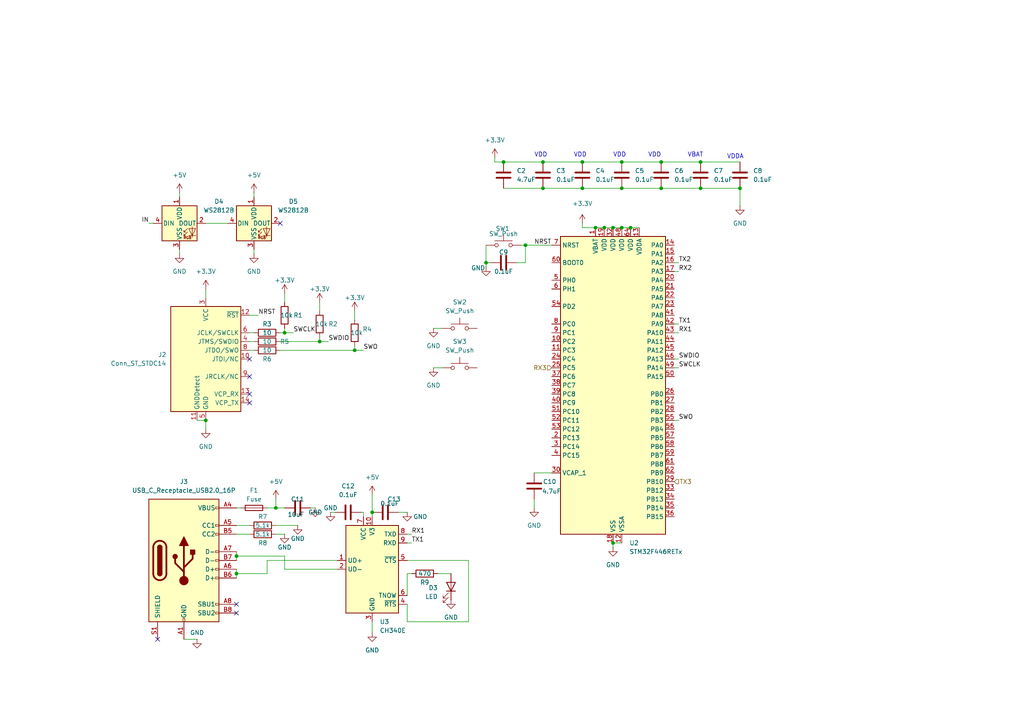
<source format=kicad_sch>
(kicad_sch (version 20231120) (generator "eeschema") (generator_version "8.0")
  (paper "A4")
  (lib_symbols
    (symbol "+5V_1" (power) (pin_numbers hide) (pin_names (offset 0) hide)
      (property "Value" "+5V" (at 0 3.556 0))
      (symbol "+5V_1_0_1"
        (polyline (pts (xy -0.762 1.27) (xy 0 2.54)))
        (polyline (pts (xy 0 0) (xy 0 2.54)))
        (polyline (pts (xy 0 2.54) (xy 0.762 1.27)))
      )
      (symbol "+5V_1_1_1"
        (pin power_in line (at 0 0 90) (length 0) (name "~") (number "1"))
      )
    )
    (symbol "+5V_2" (power) (pin_numbers hide) (pin_names (offset 0) hide)
      (property "Value" "+5V" (at 0 3.556 0))
      (symbol "+5V_2_0_1"
        (polyline (pts (xy -0.762 1.27) (xy 0 2.54)))
        (polyline (pts (xy 0 0) (xy 0 2.54)))
        (polyline (pts (xy 0 2.54) (xy 0.762 1.27)))
      )
      (symbol "+5V_2_1_1"
        (pin power_in line (at 0 0 90) (length 0) (name "~") (number "1"))
      )
    )
    (symbol "Connector:Conn_ST_STDC14"
      (property "Reference" "J" (at -8.89 16.51 0))
      (property "Value" "Conn_ST_STDC14" (at 17.78 16.51 0))
      (symbol "Conn_ST_STDC14_0_1"
        (rectangle (start -10.16 15.24) (end 10.16 -15.24) (stroke (width 0.254)) (fill (type background)))
      )
      (symbol "Conn_ST_STDC14_1_1"
        (pin no_connect line (at -10.16 5.08 0) (length 2.54) hide (name "NC") (number "1"))
        (pin output line (at 12.7 0 180) (length 2.54) (name "JTDI/NC") (number "10"))
        (pin passive line (at -2.54 -17.78 90) (length 2.54) (name "GNDDetect") (number "11"))
        (pin open_collector line (at 12.7 12.7 180) (length 2.54) (name "~{RST}") (number "12"))
        (pin output line (at 12.7 -10.16 180) (length 2.54) (name "VCP_RX") (number "13"))
        (pin input line (at 12.7 -12.7 180) (length 2.54) (name "VCP_TX") (number "14"))
        (pin no_connect line (at -10.16 2.54 0) (length 2.54) hide (name "NC") (number "2"))
        (pin power_in line (at 0 17.78 270) (length 2.54) (name "VCC") (number "3"))
        (pin bidirectional line (at 12.7 5.08 180) (length 2.54) (name "JTMS/SWDIO") (number "4"))
        (pin power_in line (at 0 -17.78 90) (length 2.54) (name "GND") (number "5"))
        (pin output line (at 12.7 7.62 180) (length 2.54) (name "JCLK/SWCLK") (number "6"))
        (pin passive line (at 0 -17.78 90) (length 2.54) hide (name "GND") (number "7"))
        (pin input line (at 12.7 2.54 180) (length 2.54) (name "JTDO/SWO") (number "8"))
        (pin input line (at 12.7 -5.08 180) (length 2.54) (name "JRCLK/NC") (number "9"))
      )
    )
    (symbol "Connector:USB_C_Receptacle_USB2.0_16P" (pin_names (offset 1.016))
      (property "Reference" "J" (at 0 22.225 0))
      (property "Value" "USB_C_Receptacle_USB2.0_16P" (at 0 19.685 0))
      (symbol "USB_C_Receptacle_USB2.0_16P_0_0"
        (rectangle (start -0.254 -17.78) (end 0.254 -16.764))
        (rectangle (start 10.16 -14.986) (end 9.144 -15.494))
        (rectangle (start 10.16 -12.446) (end 9.144 -12.954))
        (rectangle (start 10.16 -4.826) (end 9.144 -5.334))
        (rectangle (start 10.16 -2.286) (end 9.144 -2.794))
        (rectangle (start 10.16 0.254) (end 9.144 -0.254))
        (rectangle (start 10.16 2.794) (end 9.144 2.286))
        (rectangle (start 10.16 7.874) (end 9.144 7.366))
        (rectangle (start 10.16 10.414) (end 9.144 9.906))
        (rectangle (start 10.16 15.494) (end 9.144 14.986))
      )
      (symbol "USB_C_Receptacle_USB2.0_16P_0_1"
        (rectangle (start -10.16 17.78) (end 10.16 -17.78) (stroke (width 0.254)) (fill (type background)))
        (arc (start -8.89 -3.81) (mid -6.985 -5.7067) (end -5.08 -3.81) (stroke (width 0.508)))
        (arc (start -7.62 -3.81) (mid -6.985 -4.4423) (end -6.35 -3.81) (stroke (width 0.254)))
        (arc (start -7.62 -3.81) (mid -6.985 -4.4423) (end -6.35 -3.81) (stroke (width 0.254)) (fill (type outline)))
        (rectangle (start -7.62 -3.81) (end -6.35 3.81) (stroke (width 0.254)) (fill (type outline)))
        (arc (start -6.35 3.81) (mid -6.985 4.4423) (end -7.62 3.81) (stroke (width 0.254)))
        (arc (start -6.35 3.81) (mid -6.985 4.4423) (end -7.62 3.81) (stroke (width 0.254)) (fill (type outline)))
        (arc (start -5.08 3.81) (mid -6.985 5.7067) (end -8.89 3.81) (stroke (width 0.508)))
        (circle (center -2.54 1.143) (radius 0.635) (stroke (width 0.254)) (fill (type outline)))
        (circle (center 0 -5.842) (radius 1.27) (fill (type outline)))
        (polyline (pts (xy -8.89 -3.81) (xy -8.89 3.81)) (stroke (width 0.508)))
        (polyline (pts (xy -5.08 3.81) (xy -5.08 -3.81)) (stroke (width 0.508)))
        (polyline (pts (xy 0 -5.842) (xy 0 4.318)) (stroke (width 0.508)))
        (polyline (pts (xy 0 -3.302) (xy -2.54 -0.762) (xy -2.54 0.508)) (stroke (width 0.508)))
        (polyline (pts (xy 0 -2.032) (xy 2.54 0.508) (xy 2.54 1.778)) (stroke (width 0.508)))
        (polyline (pts (xy -1.27 4.318) (xy 0 6.858) (xy 1.27 4.318) (xy -1.27 4.318)) (stroke (width 0.254)) (fill (type outline)))
        (rectangle (start 1.905 1.778) (end 3.175 3.048) (stroke (width 0.254)) (fill (type outline)))
      )
      (symbol "USB_C_Receptacle_USB2.0_16P_1_1"
        (pin passive line (at 0 -22.86 90) (length 5.08) (name "GND") (number "A1"))
        (pin passive line (at 0 -22.86 90) (length 5.08) hide (name "GND") (number "A12"))
        (pin passive line (at 15.24 15.24 180) (length 5.08) (name "VBUS") (number "A4"))
        (pin bidirectional line (at 15.24 10.16 180) (length 5.08) (name "CC1") (number "A5"))
        (pin bidirectional line (at 15.24 -2.54 180) (length 5.08) (name "D+") (number "A6"))
        (pin bidirectional line (at 15.24 2.54 180) (length 5.08) (name "D-") (number "A7"))
        (pin bidirectional line (at 15.24 -12.7 180) (length 5.08) (name "SBU1") (number "A8"))
        (pin passive line (at 15.24 15.24 180) (length 5.08) hide (name "VBUS") (number "A9"))
        (pin passive line (at 0 -22.86 90) (length 5.08) hide (name "GND") (number "B1"))
        (pin passive line (at 0 -22.86 90) (length 5.08) hide (name "GND") (number "B12"))
        (pin passive line (at 15.24 15.24 180) (length 5.08) hide (name "VBUS") (number "B4"))
        (pin bidirectional line (at 15.24 7.62 180) (length 5.08) (name "CC2") (number "B5"))
        (pin bidirectional line (at 15.24 -5.08 180) (length 5.08) (name "D+") (number "B6"))
        (pin bidirectional line (at 15.24 0 180) (length 5.08) (name "D-") (number "B7"))
        (pin bidirectional line (at 15.24 -15.24 180) (length 5.08) (name "SBU2") (number "B8"))
        (pin passive line (at 15.24 15.24 180) (length 5.08) hide (name "VBUS") (number "B9"))
        (pin passive line (at -7.62 -22.86 90) (length 5.08) (name "SHIELD") (number "S1"))
      )
    )
    (symbol "Device:C" (pin_numbers hide) (pin_names (offset 0.254))
      (property "Reference" "C" (at 0.635 2.54 0))
      (property "Value" "C" (at 0.635 -2.54 0))
      (symbol "C_0_1"
        (polyline (pts (xy -2.032 -0.762) (xy 2.032 -0.762)) (stroke (width 0.508)))
        (polyline (pts (xy -2.032 0.762) (xy 2.032 0.762)) (stroke (width 0.508)))
      )
      (symbol "C_1_1"
        (pin passive line (at 0 3.81 270) (length 2.794) (name "~") (number "1"))
        (pin passive line (at 0 -3.81 90) (length 2.794) (name "~") (number "2"))
      )
    )
    (symbol "Device:Fuse" (pin_numbers hide) (pin_names (offset 0))
      (property "Reference" "F" (at 2.032 0 90))
      (property "Value" "Fuse" (at -1.905 0 90))
      (symbol "Fuse_0_1"
        (rectangle (start -0.762 -2.54) (end 0.762 2.54) (stroke (width 0.254)))
        (polyline (pts (xy 0 2.54) (xy 0 -2.54)))
      )
      (symbol "Fuse_1_1"
        (pin passive line (at 0 3.81 270) (length 1.27) (name "~") (number "1"))
        (pin passive line (at 0 -3.81 90) (length 1.27) (name "~") (number "2"))
      )
    )
    (symbol "Device:LED" (pin_numbers hide) (pin_names (offset 1.016) hide)
      (property "Reference" "D" (at 0 2.54 0))
      (property "Value" "LED" (at 0 -2.54 0))
      (symbol "LED_0_1"
        (polyline (pts (xy -1.27 -1.27) (xy -1.27 1.27)) (stroke (width 0.254)))
        (polyline (pts (xy -1.27 0) (xy 1.27 0)))
        (polyline (pts (xy 1.27 -1.27) (xy 1.27 1.27) (xy -1.27 0) (xy 1.27 -1.27)) (stroke (width 0.254)))
        (polyline (pts (xy -3.048 -0.762) (xy -4.572 -2.286) (xy -3.81 -2.286) (xy -4.572 -2.286) (xy -4.572 -1.524)))
        (polyline (pts (xy -1.778 -0.762) (xy -3.302 -2.286) (xy -2.54 -2.286) (xy -3.302 -2.286) (xy -3.302 -1.524)))
      )
      (symbol "LED_1_1"
        (pin passive line (at -3.81 0 0) (length 2.54) (name "K") (number "1"))
        (pin passive line (at 3.81 0 180) (length 2.54) (name "A") (number "2"))
      )
    )
    (symbol "Device:R" (pin_numbers hide) (pin_names (offset 0))
      (property "Reference" "R" (at 2.032 0 90))
      (property "Value" "R" (at 0 0 90))
      (symbol "R_0_1"
        (rectangle (start -1.016 -2.54) (end 1.016 2.54) (stroke (width 0.254)))
      )
      (symbol "R_1_1"
        (pin passive line (at 0 3.81 270) (length 1.27) (name "~") (number "1"))
        (pin passive line (at 0 -3.81 90) (length 1.27) (name "~") (number "2"))
      )
    )
    (symbol "Interface_USB:CH340E"
      (property "Reference" "U" (at -5.08 13.97 0))
      (property "Value" "CH340E" (at 1.27 13.97 0))
      (symbol "CH340E_0_1"
        (rectangle (start -7.62 12.7) (end 7.62 -12.7) (stroke (width 0.254)) (fill (type background)))
      )
      (symbol "CH340E_1_1"
        (pin bidirectional line (at -10.16 2.54 0) (length 2.54) (name "UD+") (number "1"))
        (pin power_out line (at 0 15.24 270) (length 2.54) (name "V3") (number "10"))
        (pin bidirectional line (at -10.16 0 0) (length 2.54) (name "UD-") (number "2"))
        (pin power_in line (at 0 -15.24 90) (length 2.54) (name "GND") (number "3"))
        (pin output line (at 10.16 -10.16 180) (length 2.54) (name "~{RTS}") (number "4"))
        (pin input line (at 10.16 2.54 180) (length 2.54) (name "~{CTS}") (number "5"))
        (pin output line (at 10.16 -7.62 180) (length 2.54) (name "TNOW") (number "6"))
        (pin power_in line (at -2.54 15.24 270) (length 2.54) (name "VCC") (number "7"))
        (pin output line (at 10.16 10.16 180) (length 2.54) (name "TXD") (number "8"))
        (pin input line (at 10.16 7.62 180) (length 2.54) (name "RXD") (number "9"))
      )
    )
    (symbol "LED:WS2812B" (pin_names (offset 0.254))
      (property "Reference" "D" (at 5.08 5.715 0))
      (property "Value" "WS2812B" (at 1.27 -5.715 0))
      (symbol "WS2812B_0_0"
        (text "RGB" (at 2.286 -4.191 0) (effects (font (size 0.762 0.762))))
      )
      (symbol "WS2812B_0_1"
        (polyline (pts (xy 1.27 -3.556) (xy 1.778 -3.556)))
        (polyline (pts (xy 1.27 -2.54) (xy 1.778 -2.54)))
        (polyline (pts (xy 4.699 -3.556) (xy 2.667 -3.556)))
        (polyline (pts (xy 2.286 -2.54) (xy 1.27 -3.556) (xy 1.27 -3.048)))
        (polyline (pts (xy 2.286 -1.524) (xy 1.27 -2.54) (xy 1.27 -2.032)))
        (polyline (pts (xy 3.683 -1.016) (xy 3.683 -3.556) (xy 3.683 -4.064)))
        (polyline (pts (xy 4.699 -1.524) (xy 2.667 -1.524) (xy 3.683 -3.556) (xy 4.699 -1.524)))
        (rectangle (start 5.08 5.08) (end -5.08 -5.08) (stroke (width 0.254)) (fill (type background)))
      )
      (symbol "WS2812B_1_1"
        (pin power_in line (at 0 7.62 270) (length 2.54) (name "VDD") (number "1"))
        (pin output line (at 7.62 0 180) (length 2.54) (name "DOUT") (number "2"))
        (pin power_in line (at 0 -7.62 90) (length 2.54) (name "VSS") (number "3"))
        (pin input line (at -7.62 0 0) (length 2.54) (name "DIN") (number "4"))
      )
    )
    (symbol "MCU_ST_STM32F4:STM32F446RETx"
      (property "Reference" "U" (at -15.24 44.45 0))
      (property "Value" "STM32F446RETx" (at 10.16 44.45 0))
      (symbol "STM32F446RETx_0_1"
        (rectangle (start -15.24 -43.18) (end 15.24 43.18) (stroke (width 0.254)) (fill (type background)))
      )
      (symbol "STM32F446RETx_1_1"
        (pin power_in line (at -5.08 45.72 270) (length 2.54) (name "VBAT") (number "1"))
        (pin bidirectional line (at -17.78 12.7 0) (length 2.54) (name "PC2") (number "10"))
        (pin bidirectional line (at -17.78 10.16 0) (length 2.54) (name "PC3") (number "11"))
        (pin power_in line (at 2.54 -45.72 90) (length 2.54) (name "VSSA") (number "12"))
        (pin power_in line (at 7.62 45.72 270) (length 2.54) (name "VDDA") (number "13"))
        (pin bidirectional line (at 17.78 40.64 180) (length 2.54) (name "PA0") (number "14"))
        (pin bidirectional line (at 17.78 38.1 180) (length 2.54) (name "PA1") (number "15"))
        (pin bidirectional line (at 17.78 35.56 180) (length 2.54) (name "PA2") (number "16"))
        (pin bidirectional line (at 17.78 33.02 180) (length 2.54) (name "PA3") (number "17"))
        (pin power_in line (at 0 -45.72 90) (length 2.54) (name "VSS") (number "18"))
        (pin power_in line (at -2.54 45.72 270) (length 2.54) (name "VDD") (number "19"))
        (pin bidirectional line (at -17.78 -15.24 0) (length 2.54) (name "PC13") (number "2"))
        (pin bidirectional line (at 17.78 30.48 180) (length 2.54) (name "PA4") (number "20"))
        (pin bidirectional line (at 17.78 27.94 180) (length 2.54) (name "PA5") (number "21"))
        (pin bidirectional line (at 17.78 25.4 180) (length 2.54) (name "PA6") (number "22"))
        (pin bidirectional line (at 17.78 22.86 180) (length 2.54) (name "PA7") (number "23"))
        (pin bidirectional line (at -17.78 7.62 0) (length 2.54) (name "PC4") (number "24"))
        (pin bidirectional line (at -17.78 5.08 0) (length 2.54) (name "PC5") (number "25"))
        (pin bidirectional line (at 17.78 -2.54 180) (length 2.54) (name "PB0") (number "26"))
        (pin bidirectional line (at 17.78 -5.08 180) (length 2.54) (name "PB1") (number "27"))
        (pin bidirectional line (at 17.78 -7.62 180) (length 2.54) (name "PB2") (number "28"))
        (pin bidirectional line (at 17.78 -27.94 180) (length 2.54) (name "PB10") (number "29"))
        (pin bidirectional line (at -17.78 -17.78 0) (length 2.54) (name "PC14") (number "3"))
        (pin power_out line (at -17.78 -25.4 0) (length 2.54) (name "VCAP_1") (number "30"))
        (pin passive line (at 0 -45.72 90) (length 2.54) hide (name "VSS") (number "31"))
        (pin power_in line (at 0 45.72 270) (length 2.54) (name "VDD") (number "32"))
        (pin bidirectional line (at 17.78 -30.48 180) (length 2.54) (name "PB12") (number "33"))
        (pin bidirectional line (at 17.78 -33.02 180) (length 2.54) (name "PB13") (number "34"))
        (pin bidirectional line (at 17.78 -35.56 180) (length 2.54) (name "PB14") (number "35"))
        (pin bidirectional line (at 17.78 -38.1 180) (length 2.54) (name "PB15") (number "36"))
        (pin bidirectional line (at -17.78 2.54 0) (length 2.54) (name "PC6") (number "37"))
        (pin bidirectional line (at -17.78 0 0) (length 2.54) (name "PC7") (number "38"))
        (pin bidirectional line (at -17.78 -2.54 0) (length 2.54) (name "PC8") (number "39"))
        (pin bidirectional line (at -17.78 -20.32 0) (length 2.54) (name "PC15") (number "4"))
        (pin bidirectional line (at -17.78 -5.08 0) (length 2.54) (name "PC9") (number "40"))
        (pin bidirectional line (at 17.78 20.32 180) (length 2.54) (name "PA8") (number "41"))
        (pin bidirectional line (at 17.78 17.78 180) (length 2.54) (name "PA9") (number "42"))
        (pin bidirectional line (at 17.78 15.24 180) (length 2.54) (name "PA10") (number "43"))
        (pin bidirectional line (at 17.78 12.7 180) (length 2.54) (name "PA11") (number "44"))
        (pin bidirectional line (at 17.78 10.16 180) (length 2.54) (name "PA12") (number "45"))
        (pin bidirectional line (at 17.78 7.62 180) (length 2.54) (name "PA13") (number "46"))
        (pin passive line (at 0 -45.72 90) (length 2.54) hide (name "VSS") (number "47"))
        (pin power_in line (at 2.54 45.72 270) (length 2.54) (name "VDD") (number "48"))
        (pin bidirectional line (at 17.78 5.08 180) (length 2.54) (name "PA14") (number "49"))
        (pin bidirectional line (at -17.78 30.48 0) (length 2.54) (name "PH0") (number "5"))
        (pin bidirectional line (at 17.78 2.54 180) (length 2.54) (name "PA15") (number "50"))
        (pin bidirectional line (at -17.78 -7.62 0) (length 2.54) (name "PC10") (number "51"))
        (pin bidirectional line (at -17.78 -10.16 0) (length 2.54) (name "PC11") (number "52"))
        (pin bidirectional line (at -17.78 -12.7 0) (length 2.54) (name "PC12") (number "53"))
        (pin bidirectional line (at -17.78 22.86 0) (length 2.54) (name "PD2") (number "54"))
        (pin bidirectional line (at 17.78 -10.16 180) (length 2.54) (name "PB3") (number "55"))
        (pin bidirectional line (at 17.78 -12.7 180) (length 2.54) (name "PB4") (number "56"))
        (pin bidirectional line (at 17.78 -15.24 180) (length 2.54) (name "PB5") (number "57"))
        (pin bidirectional line (at 17.78 -17.78 180) (length 2.54) (name "PB6") (number "58"))
        (pin bidirectional line (at 17.78 -20.32 180) (length 2.54) (name "PB7") (number "59"))
        (pin bidirectional line (at -17.78 27.94 0) (length 2.54) (name "PH1") (number "6"))
        (pin input line (at -17.78 35.56 0) (length 2.54) (name "BOOT0") (number "60"))
        (pin bidirectional line (at 17.78 -22.86 180) (length 2.54) (name "PB8") (number "61"))
        (pin bidirectional line (at 17.78 -25.4 180) (length 2.54) (name "PB9") (number "62"))
        (pin passive line (at 0 -45.72 90) (length 2.54) hide (name "VSS") (number "63"))
        (pin power_in line (at 5.08 45.72 270) (length 2.54) (name "VDD") (number "64"))
        (pin input line (at -17.78 40.64 0) (length 2.54) (name "NRST") (number "7"))
        (pin bidirectional line (at -17.78 17.78 0) (length 2.54) (name "PC0") (number "8"))
        (pin bidirectional line (at -17.78 15.24 0) (length 2.54) (name "PC1") (number "9"))
      )
    )
    (symbol "Switch:SW_Push" (pin_numbers hide) (pin_names (offset 1.016) hide)
      (property "Reference" "SW" (at 1.27 2.54 0))
      (property "Value" "SW_Push" (at 0 -1.524 0))
      (symbol "SW_Push_0_1"
        (circle (center -2.032 0) (radius 0.508))
        (polyline (pts (xy 0 1.27) (xy 0 3.048)))
        (polyline (pts (xy 2.54 1.27) (xy -2.54 1.27)))
        (circle (center 2.032 0) (radius 0.508))
        (pin passive line (at -5.08 0 0) (length 2.54) (name "1") (number "1"))
        (pin passive line (at 5.08 0 180) (length 2.54) (name "2") (number "2"))
      )
    )
    (symbol "power:+3.3V" (power) (pin_numbers hide) (pin_names (offset 0) hide)
      (property "Value" "+3.3V" (at 0 3.556 0))
      (symbol "+3.3V_0_1"
        (polyline (pts (xy -0.762 1.27) (xy 0 2.54)))
        (polyline (pts (xy 0 0) (xy 0 2.54)))
        (polyline (pts (xy 0 2.54) (xy 0.762 1.27)))
      )
      (symbol "+3.3V_1_1"
        (pin power_in line (at 0 0 90) (length 0) (name "~") (number "1"))
      )
    )
    (symbol "power:+5V" (power) (pin_names (offset 0))
      (property "Value" "+5V" (at 0 3.556 0))
      (symbol "+5V_0_1"
        (polyline (pts (xy -0.762 1.27) (xy 0 2.54)))
        (polyline (pts (xy 0 0) (xy 0 2.54)))
        (polyline (pts (xy 0 2.54) (xy 0.762 1.27)))
      )
      (symbol "+5V_1_1"
        (pin power_in line (at 0 0 90) (length 0) hide (name "+5V") (number "1"))
      )
    )
    (symbol "power:GND" (power) (pin_numbers hide) (pin_names (offset 0) hide)
      (property "Value" "GND" (at 0 -3.81 0))
      (symbol "GND_0_1"
        (polyline (pts (xy 0 0) (xy 0 -1.27) (xy 1.27 -1.27) (xy 0 -2.54) (xy -1.27 -1.27) (xy 0 -1.27)))
      )
      (symbol "GND_1_1"
        (pin power_in line (at 0 0 270) (length 0) (name "~") (number "1"))
      )
    )
  )
  (junction (at 140.97 76.2))
  (junction (at 92.71 99.06))
  (junction (at 177.8 66.04))
  (junction (at 157.48 54.61))
  (junction (at 180.34 54.61))
  (junction (at 68.58 161.29))
  (junction (at 203.2 46.99))
  (junction (at 177.8 157.48))
  (junction (at 82.55 96.52))
  (junction (at 146.05 46.99))
  (junction (at 191.77 54.61))
  (junction (at 80.01 147.32))
  (junction (at 182.88 66.04))
  (junction (at 180.34 66.04))
  (junction (at 172.72 66.04))
  (junction (at 168.91 54.61))
  (junction (at 152.4 71.12))
  (junction (at 191.77 46.99))
  (junction (at 180.34 46.99))
  (junction (at 68.58 166.37))
  (junction (at 59.69 121.92))
  (junction (at 203.2 54.61))
  (junction (at 107.95 148.59))
  (junction (at 175.26 66.04))
  (junction (at 168.91 46.99))
  (junction (at 214.63 54.61))
  (junction (at 157.48 46.99))
  (junction (at 102.87 101.6))
  (no_connect (at 72.39 116.84))
  (no_connect (at 72.39 104.14))
  (no_connect (at 68.58 175.26))
  (no_connect (at 68.58 177.8))
  (no_connect (at 81.28 64.77))
  (no_connect (at 72.39 114.3))
  (no_connect (at 72.39 109.22))
  (no_connect (at 45.72 185.42))
  (wire (pts (xy 154.94 144.78) (xy 154.94 147.32)))
  (wire (pts (xy 105.41 148.59) (xy 104.775 148.59)))
  (wire (pts (xy 180.34 46.99) (xy 191.77 46.99)))
  (wire (pts (xy 68.58 166.37) (xy 77.47 166.37)))
  (wire (pts (xy 177.8 157.48) (xy 180.34 157.48)))
  (wire (pts (xy 68.58 147.32) (xy 69.85 147.32)))
  (wire (pts (xy 168.91 54.61) (xy 180.34 54.61)))
  (wire (pts (xy 52.07 72.39) (xy 52.07 73.66)))
  (wire (pts (xy 81.28 99.06) (xy 92.71 99.06)))
  (wire (pts (xy 82.55 96.52) (xy 82.55 95.25)))
  (wire (pts (xy 68.58 166.37) (xy 68.58 167.64)))
  (wire (pts (xy 68.58 161.29) (xy 68.58 162.56)))
  (wire (pts (xy 195.58 106.68) (xy 196.85 106.68)))
  (wire (pts (xy 146.05 54.61) (xy 157.48 54.61)))
  (wire (pts (xy 119.38 166.37) (xy 118.11 166.37)))
  (wire (pts (xy 195.58 121.92) (xy 196.85 121.92)))
  (wire (pts (xy 102.87 100.33) (xy 102.87 101.6)))
  (wire (pts (xy 152.4 76.2) (xy 152.4 71.12)))
  (wire (pts (xy 140.97 76.2) (xy 140.97 71.12)))
  (wire (pts (xy 203.2 46.99) (xy 214.63 46.99)))
  (wire (pts (xy 140.97 76.2) (xy 140.97 77.47)))
  (wire (pts (xy 77.47 147.32) (xy 80.01 147.32)))
  (wire (pts (xy 72.39 96.52) (xy 73.66 96.52)))
  (wire (pts (xy 92.71 99.06) (xy 95.25 99.06)))
  (wire (pts (xy 191.77 54.61) (xy 203.2 54.61)))
  (wire (pts (xy 135.89 162.56) (xy 118.11 162.56)))
  (wire (pts (xy 73.66 72.39) (xy 73.66 73.66)))
  (wire (pts (xy 68.58 161.29) (xy 82.55 161.29)))
  (wire (pts (xy 59.69 121.92) (xy 59.69 124.46)))
  (wire (pts (xy 214.63 54.61) (xy 214.63 59.69)))
  (wire (pts (xy 191.77 46.99) (xy 203.2 46.99)))
  (wire (pts (xy 90.17 147.32) (xy 91.44 147.32)))
  (wire (pts (xy 52.07 55.88) (xy 52.07 57.15)))
  (wire (pts (xy 72.39 101.6) (xy 73.66 101.6)))
  (wire (pts (xy 80.01 147.32) (xy 82.55 147.32)))
  (wire (pts (xy 68.58 165.1) (xy 68.58 166.37)))
  (wire (pts (xy 43.18 64.77) (xy 44.45 64.77)))
  (wire (pts (xy 107.95 148.59) (xy 107.95 149.86)))
  (wire (pts (xy 146.05 46.99) (xy 157.48 46.99)))
  (wire (pts (xy 107.95 180.34) (xy 107.95 183.515)))
  (wire (pts (xy 157.48 54.61) (xy 168.91 54.61)))
  (wire (pts (xy 68.58 154.94) (xy 72.39 154.94)))
  (wire (pts (xy 157.48 46.99) (xy 168.91 46.99)))
  (wire (pts (xy 180.34 54.61) (xy 191.77 54.61)))
  (wire (pts (xy 68.58 152.4) (xy 72.39 152.4)))
  (wire (pts (xy 195.58 96.52) (xy 196.85 96.52)))
  (wire (pts (xy 59.69 83.82) (xy 59.69 86.36)))
  (wire (pts (xy 142.24 76.2) (xy 140.97 76.2)))
  (wire (pts (xy 82.55 96.52) (xy 85.09 96.52)))
  (wire (pts (xy 135.89 162.56) (xy 135.89 180.34)))
  (wire (pts (xy 172.72 66.04) (xy 175.26 66.04)))
  (wire (pts (xy 118.11 166.37) (xy 118.11 172.72)))
  (wire (pts (xy 57.15 121.92) (xy 59.69 121.92)))
  (wire (pts (xy 125.73 106.68) (xy 128.27 106.68)))
  (wire (pts (xy 125.73 95.25) (xy 128.27 95.25)))
  (wire (pts (xy 118.11 180.34) (xy 118.11 175.26)))
  (wire (pts (xy 143.51 46.99) (xy 146.05 46.99)))
  (wire (pts (xy 82.55 85.09) (xy 82.55 87.63)))
  (wire (pts (xy 143.51 45.72) (xy 143.51 46.99)))
  (wire (pts (xy 180.34 66.04) (xy 182.88 66.04)))
  (wire (pts (xy 102.87 101.6) (xy 105.41 101.6)))
  (wire (pts (xy 195.58 93.98) (xy 196.85 93.98)))
  (wire (pts (xy 135.89 180.34) (xy 118.11 180.34)))
  (wire (pts (xy 195.58 78.74) (xy 196.85 78.74)))
  (wire (pts (xy 168.91 64.77) (xy 168.91 66.04)))
  (wire (pts (xy 175.26 66.04) (xy 177.8 66.04)))
  (wire (pts (xy 154.94 137.16) (xy 160.02 137.16)))
  (wire (pts (xy 68.58 160.02) (xy 68.58 161.29)))
  (wire (pts (xy 72.39 91.44) (xy 74.93 91.44)))
  (wire (pts (xy 77.47 162.56) (xy 77.47 166.37)))
  (wire (pts (xy 168.91 46.99) (xy 180.34 46.99)))
  (wire (pts (xy 118.11 157.48) (xy 119.38 157.48)))
  (wire (pts (xy 82.55 165.1) (xy 82.55 161.29)))
  (wire (pts (xy 168.91 66.04) (xy 172.72 66.04)))
  (wire (pts (xy 97.79 162.56) (xy 77.47 162.56)))
  (wire (pts (xy 73.66 55.88) (xy 73.66 57.15)))
  (wire (pts (xy 214.63 54.61) (xy 203.2 54.61)))
  (wire (pts (xy 115.57 148.59) (xy 118.11 148.59)))
  (wire (pts (xy 95.885 148.59) (xy 97.155 148.59)))
  (wire (pts (xy 92.71 87.63) (xy 92.71 90.17)))
  (wire (pts (xy 80.01 154.94) (xy 82.55 154.94)))
  (wire (pts (xy 72.39 99.06) (xy 73.66 99.06)))
  (wire (pts (xy 105.41 148.59) (xy 105.41 149.86)))
  (wire (pts (xy 97.79 165.1) (xy 82.55 165.1)))
  (wire (pts (xy 81.28 101.6) (xy 102.87 101.6)))
  (wire (pts (xy 195.58 76.2) (xy 196.85 76.2)))
  (wire (pts (xy 195.58 104.14) (xy 196.85 104.14)))
  (wire (pts (xy 107.95 143.51) (xy 107.95 148.59)))
  (wire (pts (xy 177.8 157.48) (xy 177.8 158.75)))
  (wire (pts (xy 92.71 97.79) (xy 92.71 99.06)))
  (wire (pts (xy 80.01 152.4) (xy 86.36 152.4)))
  (wire (pts (xy 80.01 147.32) (xy 80.01 144.78)))
  (wire (pts (xy 59.69 64.77) (xy 66.04 64.77)))
  (wire (pts (xy 53.34 185.42) (xy 57.15 185.42)))
  (wire (pts (xy 151.13 71.12) (xy 152.4 71.12)))
  (wire (pts (xy 182.88 66.04) (xy 185.42 66.04)))
  (wire (pts (xy 177.8 66.04) (xy 180.34 66.04)))
  (wire (pts (xy 152.4 71.12) (xy 160.02 71.12)))
  (wire (pts (xy 102.87 90.17) (xy 102.87 92.71)))
  (wire (pts (xy 81.28 96.52) (xy 82.55 96.52)))
  (wire (pts (xy 118.11 154.94) (xy 119.38 154.94)))
  (wire (pts (xy 149.86 76.2) (xy 152.4 76.2)))
  (wire (pts (xy 127 166.37) (xy 130.81 166.37)))
  (text "VDD" (at 154.94 45.72 0) (effects (font (size 1.27 1.27)) (justify left bottom)))
  (text "VDD" (at 187.96 45.72 0) (effects (font (size 1.27 1.27)) (justify left bottom)))
  (text "VDD" (at 166.37 45.72 0) (effects (font (size 1.27 1.27)) (justify left bottom)))
  (text "VDDA" (at 210.82 46.228 0) (effects (font (size 1.27 1.27)) (justify left bottom)))
  (text "VDD" (at 177.8 45.72 0) (effects (font (size 1.27 1.27)) (justify left bottom)))
  (text "VBAT" (at 199.39 45.72 0) (effects (font (size 1.27 1.27)) (justify left bottom)))
  (label "TX1" (at 119.38 157.48 0))
  (label "SWO" (at 105.41 101.6 0))
  (label "SWDIO" (at 95.25 99.06 0))
  (label "TX2" (at 196.85 76.2 0))
  (label "SWO" (at 196.85 121.92 0))
  (label "SWDIO" (at 196.85 104.14 0))
  (label "RX1" (at 196.85 96.52 0))
  (label "SWCLK" (at 85.09 96.52 0))
  (label "TX1" (at 196.85 93.98 0))
  (label "NRST" (at 74.93 91.44 0))
  (label "IN" (at 43.18 64.77 180))
  (label "NRST" (at 154.94 71.12 0))
  (label "RX2" (at 196.85 78.74 0))
  (label "SWCLK" (at 196.85 106.68 0))
  (label "RX1" (at 119.38 154.94 0))
  (hierarchical_label "TX3" (shape input) (at 195.58 139.7 0))
  (hierarchical_label "RX3" (shape input) (at 160.02 106.68 180))
  (symbol (lib_id "power:GND") (at 214.63 59.69 0) (unit 1)
    (property "Reference" "#PWR012" (effects (hide yes)))
    (property "Value" "GND" (at 214.63 64.77 0))
  )
  (symbol (lib_id "Device:C") (at 157.48 50.8 0) (unit 1)
    (property "Reference" "C3" (at 161.29 49.53 0) (effects (justify left)))
    (property "Value" "0.1uF" (at 161.29 52.07 0) (effects (justify left)))
    (property "Footprint" "Capacitor_SMD:C_0402_1005Metric" (effects (hide yes)))
  )
  (symbol (lib_id "power:+3.3V") (at 102.87 90.17 0) (unit 1)
    (property "Reference" "#PWR022" (effects (hide yes)))
    (property "Value" "+3.3V" (at 102.87 86.36 0))
  )
  (symbol (lib_id "Device:R") (at 76.2 154.94 90) (unit 1)
    (property "Reference" "R8" (at 76.2 157.48 90))
    (property "Value" "5.1k" (at 76.2 154.94 90))
    (property "Footprint" "Resistor_SMD:R_0402_1005Metric" (effects (hide yes)))
  )
  (symbol (lib_id "power:GND") (at 125.73 106.68 0) (unit 1)
    (property "Reference" "#PWR016" (effects (hide yes)))
    (property "Value" "GND" (at 125.73 111.76 0))
    (property "Description" "Power symbol creates a global label with name \"GND\" , ground" (effects (hide yes)))
  )
  (symbol (lib_id "Connector:USB_C_Receptacle_USB2.0_16P") (at 53.34 162.56 0) (unit 1)
    (property "Reference" "J3" (at 53.34 139.7 0))
    (property "Value" "USB_C_Receptacle_USB2.0_16P" (at 53.34 142.24 0))
    (property "Datasheet" "https://www.usb.org/sites/default/files/documents/usb_type-c.zip" (effects (hide yes)))
    (property "Description" "USB 2.0-only 16P Type-C Receptacle connector" (effects (hide yes)))
  )
  (symbol (lib_id "power:GND") (at 140.97 77.47 0) (unit 1)
    (property "Reference" "#PWR014" (effects (hide yes)))
    (property "Value" "GND" (at 138.684 77.724 0))
    (property "Description" "Power symbol creates a global label with name \"GND\" , ground" (effects (hide yes)))
  )
  (symbol (lib_id "power:GND") (at 57.15 185.42 0) (unit 1)
    (property "Reference" "#PWR032" (effects (hide yes)))
    (property "Value" "GND" (at 57.15 183.515 0))
  )
  (symbol (lib_id "power:GND") (at 177.8 158.75 0) (unit 1)
    (property "Reference" "#PWR011" (effects (hide yes)))
    (property "Value" "GND" (at 177.8 163.83 0))
    (property "Description" "Power symbol creates a global label with name \"GND\" , ground" (effects (hide yes)))
  )
  (symbol (lib_id "power:GND") (at 59.69 124.46 0) (unit 1)
    (property "Reference" "#PWR019" (effects (hide yes)))
    (property "Value" "GND" (at 59.69 129.54 0))
    (property "Description" "Power symbol creates a global label with name \"GND\" , ground" (effects (hide yes)))
  )
  (symbol (lib_id "power:GND") (at 86.36 152.4 0) (unit 1)
    (property "Reference" "#PWR028" (effects (hide yes)))
    (property "Value" "GND" (at 86.36 156.21 0))
  )
  (symbol (lib_id "Device:C") (at 180.34 50.8 0) (unit 1)
    (property "Reference" "C5" (at 184.15 49.53 0) (effects (justify left)))
    (property "Value" "0.1uF" (at 184.15 52.07 0) (effects (justify left)))
    (property "Footprint" "Capacitor_SMD:C_0402_1005Metric" (effects (hide yes)))
  )
  (symbol (lib_id "power:GND") (at 130.81 173.99 0) (mirror y) (unit 1)
    (property "Reference" "#PWR030" (effects (hide yes)))
    (property "Value" "GND" (at 130.81 179.07 0))
  )
  (symbol (lib_id "Device:R") (at 102.87 96.52 0) (unit 1)
    (property "Reference" "R4" (at 105.156 95.504 0) (effects (justify left)))
    (property "Value" "10k" (at 101.6 96.52 0) (effects (justify left)))
    (property "Footprint" "Resistor_SMD:R_0402_1005Metric" (effects (hide yes)))
  )
  (symbol (lib_id "power:+3.3V") (at 143.51 45.72 0) (unit 1)
    (property "Reference" "#PWR013" (effects (hide yes)))
    (property "Value" "+3.3V" (at 143.51 40.64 0))
    (property "Description" "Power symbol creates a global label with name \"+3.3V\"" (effects (hide yes)))
  )
  (symbol (lib_id "power:GND") (at 95.885 148.59 0) (unit 1)
    (property "Reference" "#PWR026" (effects (hide yes)))
    (property "Value" "GND" (at 95.885 147.32 0))
  )
  (symbol (lib_id "Device:R") (at 77.47 101.6 90) (unit 1)
    (property "Reference" "R6" (at 77.47 104.14 90))
    (property "Value" "10" (at 77.47 101.6 90))
    (property "Footprint" "Resistor_SMD:R_0402_1005Metric" (effects (hide yes)))
  )
  (symbol (lib_id "power:+5V") (at 107.95 143.51 0) (unit 1)
    (property "Reference" "#PWR023" (effects (hide yes)))
    (property "Value" "+5V" (at 107.95 138.43 0))
  )
  (symbol (lib_id "MCU_ST_STM32F4:STM32F446RETx") (at 177.8 111.76 0) (unit 1)
    (property "Reference" "U2" (at 182.5341 157.48 0) (effects (justify left)))
    (property "Value" "STM32F446RETx" (at 182.5341 160.02 0) (effects (justify left)))
    (property "Footprint" "Package_QFP:LQFP-64_10x10mm_P0.5mm" (effects (hide yes)))
    (property "Datasheet" "https://www.st.com/resource/en/datasheet/stm32f446re.pdf" (effects (hide yes)))
    (property "Description" "STMicroelectronics Arm Cortex-M4 MCU, 512KB flash, 128KB RAM, 180 MHz, 1.8-3.6V, 50 GPIO, LQFP64" (effects (hide yes)))
  )
  (symbol (lib_id "power:+5V") (at 80.01 144.78 0) (unit 1)
    (property "Reference" "#PWR024" (effects (hide yes)))
    (property "Value" "+5V" (at 80.01 139.7 0))
  )
  (symbol (lib_id "Switch:SW_Push") (at 133.35 95.25 0) (unit 1)
    (property "Reference" "SW2" (at 133.35 87.63 0))
    (property "Value" "SW_Push" (at 133.35 90.17 0))
    (property "Description" "Push button switch, generic, two pins" (effects (hide yes)))
  )
  (symbol (lib_id "Device:C") (at 191.77 50.8 0) (unit 1)
    (property "Reference" "C6" (at 195.58 49.53 0) (effects (justify left)))
    (property "Value" "0.1uF" (at 195.58 52.07 0) (effects (justify left)))
    (property "Footprint" "Capacitor_SMD:C_0402_1005Metric" (effects (hide yes)))
  )
  (symbol (lib_id "Connector:Conn_ST_STDC14") (at 59.69 104.14 0) (unit 1)
    (property "Reference" "J2" (at 48.26 102.8699 0) (effects (justify right)))
    (property "Value" "Conn_ST_STDC14" (at 48.26 105.4099 0) (effects (justify right)))
    (property "Datasheet" "https://www.st.com/content/ccc/resource/technical/document/user_manual/group1/99/49/91/b6/b2/3a/46/e5/DM00526767/files/DM00526767.pdf/jcr:content/translations/en.DM00526767.pdf" (effects (hide yes)))
    (property "Description" "ST Debug Connector, standard ARM Cortex-M SWD and JTAG interface plus UART" (effects (hide yes)))
  )
  (symbol (lib_id "Device:R") (at 82.55 91.44 0) (unit 1)
    (property "Reference" "R1" (at 85.09 91.44 0) (effects (justify left)))
    (property "Value" "10k" (at 81.28 91.44 0) (effects (justify left)))
    (property "Footprint" "Resistor_SMD:R_0402_1005Metric" (effects (hide yes)))
  )
  (symbol (lib_id "Device:R") (at 123.19 166.37 270) (mirror x) (unit 1)
    (property "Reference" "R9" (at 123.19 168.91 90))
    (property "Value" "470" (at 123.19 166.37 90))
    (property "Footprint" "Resistor_SMD:R_0402_1005Metric" (effects (hide yes)))
  )
  (symbol (lib_id "Device:C") (at 111.76 148.59 90) (unit 1)
    (property "Reference" "C13" (at 114.3 144.78 90))
    (property "Value" "0.1uF" (at 113.03 146.05 90))
    (property "Footprint" "Capacitor_SMD:C_0402_1005Metric" (effects (hide yes)))
  )
  (symbol (lib_id "Device:C") (at 146.05 50.8 0) (unit 1)
    (property "Reference" "C2" (at 149.86 49.53 0) (effects (justify left)))
    (property "Value" "4.7uF" (at 149.86 52.07 0) (effects (justify left)))
    (property "Footprint" "Capacitor_SMD:C_0402_1005Metric" (effects (hide yes)))
  )
  (symbol (lib_id "Device:C") (at 154.94 140.97 0) (unit 1)
    (property "Reference" "C10" (at 157.48 139.7 0) (effects (justify left)))
    (property "Value" "4.7uF" (at 157.226 142.494 0) (effects (justify left)))
    (property "Description" "Unpolarized capacitor" (effects (hide yes)))
  )
  (symbol (lib_id "LED:WS2812B") (at 52.07 64.77 0) (unit 1)
    (property "Reference" "D4" (at 63.5 58.4514 0))
    (property "Value" "WS2812B" (at 63.5 60.9914 0))
    (property "Footprint" "LED_SMD:LED_WS2812B_PLCC4_5.0x5.0mm_P3.2mm" (effects (hide yes)))
    (property "Datasheet" "https://cdn-shop.adafruit.com/datasheets/WS2812B.pdf" (effects (hide yes)))
    (property "Description" "RGB LED with integrated controller" (effects (hide yes)))
  )
  (symbol (lib_id "Device:C") (at 168.91 50.8 0) (unit 1)
    (property "Reference" "C4" (at 172.72 49.53 0) (effects (justify left)))
    (property "Value" "0.1uF" (at 172.72 52.07 0) (effects (justify left)))
    (property "Footprint" "Capacitor_SMD:C_0402_1005Metric" (effects (hide yes)))
  )
  (symbol (lib_id "power:GND") (at 73.66 73.66 0) (unit 1)
    (property "Reference" "#PWR035" (effects (hide yes)))
    (property "Value" "GND" (at 73.66 78.74 0))
    (property "Description" "Power symbol creates a global label with name \"GND\" , ground" (effects (hide yes)))
  )
  (symbol (lib_id "power:GND") (at 91.44 147.32 0) (unit 1)
    (property "Reference" "#PWR025" (effects (hide yes)))
    (property "Value" "GND" (at 91.44 148.59 0))
  )
  (symbol (lib_id "power:+3.3V") (at 168.91 64.77 0) (unit 1)
    (property "Reference" "#PWR010" (effects (hide yes)))
    (property "Value" "+3.3V" (at 168.91 59.055 0))
    (property "Description" "Power symbol creates a global label with name \"+3.3V\"" (effects (hide yes)))
  )
  (symbol (lib_id "Device:R") (at 92.71 93.98 0) (unit 1)
    (property "Reference" "R2" (at 95.25 93.98 0) (effects (justify left)))
    (property "Value" "10k" (at 91.44 93.98 0) (effects (justify left)))
    (property "Footprint" "Resistor_SMD:R_0402_1005Metric" (effects (hide yes)))
  )
  (symbol (lib_id "Device:Fuse") (at 73.66 147.32 90) (unit 1)
    (property "Reference" "F1" (at 73.66 142.24 90))
    (property "Value" "Fuse" (at 73.66 144.78 90))
    (property "Footprint" "Fuse:Fuse_0603_1608Metric" (effects (hide yes)))
  )
  (symbol (lib_name "+5V_1") (lib_id "power:+5V") (at 52.07 55.88 0) (unit 1)
    (property "Reference" "#PWR033" (effects (hide yes)))
    (property "Value" "+5V" (at 52.07 50.8 0))
    (property "Description" "Power symbol creates a global label with name \"+5V\"" (effects (hide yes)))
  )
  (symbol (lib_id "Device:C") (at 86.36 147.32 90) (unit 1)
    (property "Reference" "C11" (at 88.265 144.78 90) (effects (justify left)))
    (property "Value" "10uF" (at 88.265 149.225 90) (effects (justify left)))
    (property "Footprint" "Capacitor_SMD:C_0402_1005Metric" (effects (hide yes)))
  )
  (symbol (lib_id "LED:WS2812B") (at 73.66 64.77 0) (unit 1)
    (property "Reference" "D5" (at 85.09 58.4514 0))
    (property "Value" "WS2812B" (at 85.09 60.9914 0))
    (property "Footprint" "LED_SMD:LED_WS2812B_PLCC4_5.0x5.0mm_P3.2mm" (effects (hide yes)))
    (property "Datasheet" "https://cdn-shop.adafruit.com/datasheets/WS2812B.pdf" (effects (hide yes)))
    (property "Description" "RGB LED with integrated controller" (effects (hide yes)))
  )
  (symbol (lib_id "Device:R") (at 76.2 152.4 90) (unit 1)
    (property "Reference" "R7" (at 76.2 149.86 90))
    (property "Value" "5.1k" (at 76.2 152.4 90))
    (property "Footprint" "Resistor_SMD:R_0402_1005Metric" (effects (hide yes)))
  )
  (symbol (lib_id "power:GND") (at 52.07 73.66 0) (unit 1)
    (property "Reference" "#PWR036" (effects (hide yes)))
    (property "Value" "GND" (at 52.07 78.74 0))
    (property "Description" "Power symbol creates a global label with name \"GND\" , ground" (effects (hide yes)))
  )
  (symbol (lib_id "Interface_USB:CH340E") (at 107.95 165.1 0) (unit 1)
    (property "Reference" "U3" (at 110.1441 180.34 0) (effects (justify left)))
    (property "Value" "CH340E" (at 110.1441 182.88 0) (effects (justify left)))
    (property "Footprint" "Package_SO:MSOP-10_3x3mm_P0.5mm" (effects (hide yes)))
    (property "Datasheet" "https://www.mpja.com/download/35227cpdata.pdf" (effects (hide yes)))
  )
  (symbol (lib_id "power:GND") (at 125.73 95.25 0) (unit 1)
    (property "Reference" "#PWR015" (effects (hide yes)))
    (property "Value" "GND" (at 125.73 100.33 0))
    (property "Description" "Power symbol creates a global label with name \"GND\" , ground" (effects (hide yes)))
  )
  (symbol (lib_id "Device:C") (at 203.2 50.8 0) (unit 1)
    (property "Reference" "C7" (at 207.01 49.53 0) (effects (justify left)))
    (property "Value" "0.1uF" (at 207.01 52.07 0) (effects (justify left)))
    (property "Footprint" "Capacitor_SMD:C_0402_1005Metric" (effects (hide yes)))
  )
  (symbol (lib_id "Device:R") (at 77.47 99.06 90) (unit 1)
    (property "Reference" "R5" (at 82.55 99.06 90))
    (property "Value" "10" (at 77.47 99.06 90))
    (property "Footprint" "Resistor_SMD:R_0402_1005Metric" (effects (hide yes)))
  )
  (symbol (lib_id "power:GND") (at 118.11 148.59 0) (unit 1)
    (property "Reference" "#PWR027" (effects (hide yes)))
    (property "Value" "GND" (at 121.92 149.86 0))
  )
  (symbol (lib_name "+5V_2") (lib_id "power:+5V") (at 73.66 55.88 0) (unit 1)
    (property "Reference" "#PWR034" (effects (hide yes)))
    (property "Value" "+5V" (at 73.66 50.8 0))
    (property "Description" "Power symbol creates a global label with name \"+5V\"" (effects (hide yes)))
  )
  (symbol (lib_id "Switch:SW_Push") (at 133.35 106.68 0) (unit 1)
    (property "Reference" "SW3" (at 133.35 99.06 0))
    (property "Value" "SW_Push" (at 133.35 101.6 0))
    (property "Description" "Push button switch, generic, two pins" (effects (hide yes)))
  )
  (symbol (lib_id "power:+3.3V") (at 59.69 83.82 0) (unit 1)
    (property "Reference" "#PWR018" (effects (hide yes)))
    (property "Value" "+3.3V" (at 59.69 78.74 0))
    (property "Description" "Power symbol creates a global label with name \"+3.3V\"" (effects (hide yes)))
  )
  (symbol (lib_id "power:GND") (at 154.94 147.32 0) (unit 1)
    (property "Reference" "#PWR017" (effects (hide yes)))
    (property "Value" "GND" (at 154.94 152.4 0))
    (property "Description" "Power symbol creates a global label with name \"GND\" , ground" (effects (hide yes)))
  )
  (symbol (lib_id "power:+3.3V") (at 82.55 85.09 0) (unit 1)
    (property "Reference" "#PWR020" (effects (hide yes)))
    (property "Value" "+3.3V" (at 82.55 81.28 0))
  )
  (symbol (lib_id "Switch:SW_Push") (at 146.05 71.12 0) (unit 1)
    (property "Reference" "SW1" (at 145.796 66.294 0))
    (property "Value" "SW_Push" (at 146.05 67.818 0))
    (property "Description" "Push button switch, generic, two pins" (effects (hide yes)))
  )
  (symbol (lib_id "power:+3.3V") (at 92.71 87.63 0) (unit 1)
    (property "Reference" "#PWR021" (effects (hide yes)))
    (property "Value" "+3.3V" (at 92.71 83.82 0))
  )
  (symbol (lib_id "power:GND") (at 82.55 154.94 0) (unit 1)
    (property "Reference" "#PWR029" (effects (hide yes)))
    (property "Value" "GND" (at 82.55 158.75 0))
  )
  (symbol (lib_id "Device:C") (at 100.965 148.59 90) (unit 1)
    (property "Reference" "C12" (at 100.965 140.97 90))
    (property "Value" "0.1uF" (at 100.965 143.51 90))
    (property "Footprint" "Capacitor_SMD:C_0402_1005Metric" (effects (hide yes)))
  )
  (symbol (lib_id "Device:C") (at 214.63 50.8 0) (unit 1)
    (property "Reference" "C8" (at 218.44 49.53 0) (effects (justify left)))
    (property "Value" "0.1uF" (at 218.44 52.07 0) (effects (justify left)))
    (property "Footprint" "Capacitor_SMD:C_0402_1005Metric" (effects (hide yes)))
  )
  (symbol (lib_id "Device:R") (at 77.47 96.52 90) (unit 1)
    (property "Reference" "R3" (at 77.47 93.98 90))
    (property "Value" "10" (at 77.47 96.52 90))
    (property "Footprint" "Resistor_SMD:R_0402_1005Metric" (effects (hide yes)))
  )
  (symbol (lib_id "power:GND") (at 107.95 183.515 0) (unit 1)
    (property "Reference" "#PWR031" (effects (hide yes)))
    (property "Value" "GND" (at 107.95 188.595 0))
  )
  (symbol (lib_id "Device:C") (at 146.05 76.2 90) (unit 1)
    (property "Reference" "C9" (at 146.05 73.152 90))
    (property "Value" "0.1uF" (at 146.05 78.74 90))
    (property "Description" "Unpolarized capacitor" (effects (hide yes)))
  )
  (symbol (lib_id "Device:LED") (at 130.81 170.18 270) (mirror x) (unit 1)
    (property "Reference" "D3" (at 127 170.4975 90) (effects (justify right)))
    (property "Value" "LED" (at 127 173.0375 90) (effects (justify right)))
    (property "Footprint" "LED_SMD:LED_0603_1608Metric" (effects (hide yes)))
  )
)
</source>
